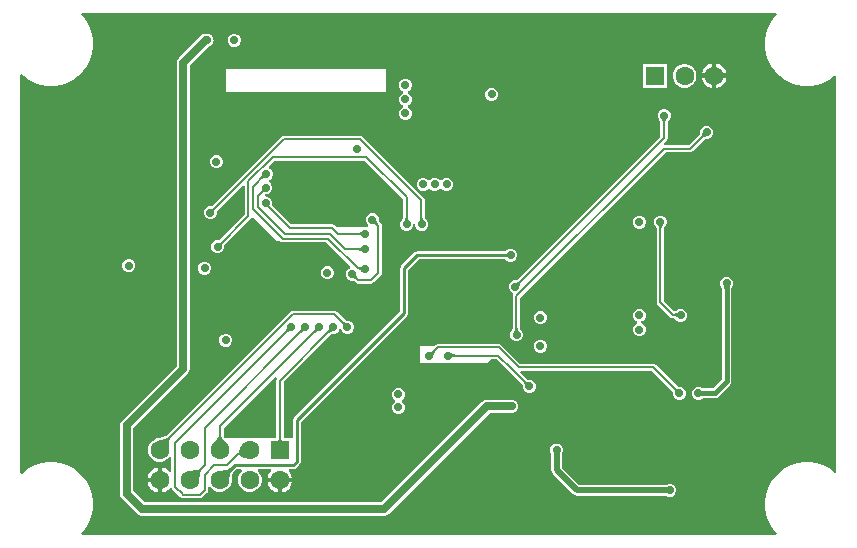
<source format=gbl>
G04*
G04 #@! TF.GenerationSoftware,Altium Limited,Altium Designer,25.4.2 (15)*
G04*
G04 Layer_Physical_Order=4*
G04 Layer_Color=16711680*
%FSLAX44Y44*%
%MOMM*%
G71*
G04*
G04 #@! TF.SameCoordinates,F3998410-8278-4BEB-A66F-791B6528EB16*
G04*
G04*
G04 #@! TF.FilePolarity,Positive*
G04*
G01*
G75*
%ADD11C,0.2000*%
%ADD12C,0.4000*%
%ADD13C,0.2500*%
%ADD15C,0.5000*%
%ADD76C,0.7000*%
%ADD86C,1.6000*%
%ADD87R,1.6000X1.6000*%
%ADD88C,0.7000*%
G36*
X644331Y444536D02*
X642922Y443127D01*
X639638Y438606D01*
X637101Y433627D01*
X635374Y428313D01*
X634500Y422794D01*
Y417206D01*
X635374Y411687D01*
X637101Y406373D01*
X639638Y401394D01*
X642922Y396873D01*
X646873Y392922D01*
X651394Y389638D01*
X656373Y387101D01*
X661687Y385374D01*
X667206Y384500D01*
X672794D01*
X678313Y385374D01*
X683627Y387101D01*
X688606Y389638D01*
X693127Y392922D01*
X693614Y393410D01*
X695000Y392836D01*
Y57164D01*
X693614Y56590D01*
X693127Y57078D01*
X688606Y60362D01*
X683627Y62899D01*
X678313Y64626D01*
X672794Y65500D01*
X667206D01*
X661687Y64626D01*
X656373Y62899D01*
X651394Y60362D01*
X646873Y57078D01*
X642922Y53127D01*
X639638Y48606D01*
X637101Y43627D01*
X635374Y38313D01*
X634500Y32794D01*
Y27206D01*
X635374Y21687D01*
X637101Y16373D01*
X639638Y11394D01*
X642922Y6873D01*
X644331Y5464D01*
X643757Y4078D01*
X56243Y4078D01*
X55669Y5464D01*
X57078Y6873D01*
X60362Y11394D01*
X62899Y16373D01*
X64626Y21687D01*
X65500Y27206D01*
Y32794D01*
X64626Y38313D01*
X62899Y43627D01*
X60362Y48606D01*
X57078Y53127D01*
X53127Y57078D01*
X48606Y60362D01*
X43627Y62899D01*
X38313Y64626D01*
X32794Y65500D01*
X27206D01*
X21687Y64626D01*
X16373Y62899D01*
X11394Y60362D01*
X6873Y57078D01*
X5464Y55669D01*
X4078Y56243D01*
X4078Y393758D01*
X5464Y394332D01*
X6873Y392922D01*
X11394Y389638D01*
X16373Y387101D01*
X21687Y385374D01*
X27206Y384500D01*
X32794D01*
X38313Y385374D01*
X43627Y387101D01*
X48606Y389638D01*
X53127Y392922D01*
X57078Y396873D01*
X60362Y401394D01*
X62899Y406373D01*
X64626Y411687D01*
X65500Y417206D01*
Y422794D01*
X64626Y428313D01*
X62899Y433627D01*
X60362Y438606D01*
X57078Y443127D01*
X55669Y444536D01*
X56243Y445922D01*
X643757D01*
X644331Y444536D01*
D02*
G37*
%LPC*%
G36*
X186094Y428500D02*
X183906D01*
X181884Y427663D01*
X180337Y426115D01*
X179500Y424094D01*
Y421906D01*
X180337Y419884D01*
X181884Y418337D01*
X183906Y417500D01*
X186094D01*
X188116Y418337D01*
X189663Y419884D01*
X190500Y421906D01*
Y424094D01*
X189663Y426115D01*
X188116Y427663D01*
X186094Y428500D01*
D02*
G37*
G36*
X593386Y403125D02*
Y394790D01*
X601720D01*
X601170Y396843D01*
X599788Y399237D01*
X597833Y401192D01*
X595439Y402575D01*
X593386Y403125D01*
D02*
G37*
G36*
X589386D02*
X587333Y402575D01*
X584939Y401192D01*
X582984Y399237D01*
X581601Y396843D01*
X581051Y394790D01*
X589386D01*
Y403125D01*
D02*
G37*
G36*
X567702Y402790D02*
X565069D01*
X562526Y402108D01*
X560246Y400792D01*
X558384Y398930D01*
X557067Y396650D01*
X556386Y394107D01*
Y391474D01*
X557067Y388930D01*
X558384Y386650D01*
X560246Y384788D01*
X562526Y383471D01*
X565069Y382790D01*
X567702D01*
X570246Y383471D01*
X572526Y384788D01*
X574388Y386650D01*
X575704Y388930D01*
X576386Y391474D01*
Y394107D01*
X575704Y396650D01*
X574388Y398930D01*
X572526Y400792D01*
X570246Y402108D01*
X567702Y402790D01*
D02*
G37*
G36*
X551386D02*
X531386D01*
Y382790D01*
X551386D01*
Y402790D01*
D02*
G37*
G36*
X601720Y390790D02*
X593386D01*
Y382456D01*
X595439Y383006D01*
X597833Y384388D01*
X599788Y386343D01*
X601170Y388737D01*
X601720Y390790D01*
D02*
G37*
G36*
X589386D02*
X581051D01*
X581601Y388737D01*
X582984Y386343D01*
X584939Y384388D01*
X587333Y383006D01*
X589386Y382456D01*
Y390790D01*
D02*
G37*
G36*
X313500Y398500D02*
X178500D01*
Y379000D01*
X313500D01*
Y398500D01*
D02*
G37*
G36*
X404094Y382500D02*
X401906D01*
X399884Y381663D01*
X398337Y380116D01*
X397500Y378094D01*
Y375906D01*
X398337Y373885D01*
X399884Y372337D01*
X401906Y371500D01*
X404094D01*
X406115Y372337D01*
X407663Y373885D01*
X408500Y375906D01*
Y378094D01*
X407663Y380116D01*
X406115Y381663D01*
X404094Y382500D01*
D02*
G37*
G36*
X331094Y390500D02*
X328906D01*
X326884Y389663D01*
X325337Y388116D01*
X324500Y386094D01*
Y383906D01*
X325337Y381884D01*
X326884Y380337D01*
X328153Y379812D01*
Y378188D01*
X326884Y377663D01*
X325337Y376115D01*
X324500Y374094D01*
Y371906D01*
X325337Y369884D01*
X326884Y368337D01*
X328153Y367812D01*
Y366188D01*
X326884Y365663D01*
X325337Y364115D01*
X324500Y362094D01*
Y359906D01*
X325337Y357884D01*
X326884Y356337D01*
X328906Y355500D01*
X331094D01*
X333116Y356337D01*
X334663Y357884D01*
X335500Y359906D01*
Y362094D01*
X334663Y364115D01*
X333116Y365663D01*
X331847Y366188D01*
Y367812D01*
X333116Y368337D01*
X334663Y369884D01*
X335500Y371906D01*
Y374094D01*
X334663Y376115D01*
X333116Y377663D01*
X331847Y378188D01*
Y379812D01*
X333116Y380337D01*
X334663Y381884D01*
X335500Y383906D01*
Y386094D01*
X334663Y388116D01*
X333116Y389663D01*
X331094Y390500D01*
D02*
G37*
G36*
X292000Y342059D02*
X292000Y342059D01*
X227000D01*
X227000Y342059D01*
X225830Y341826D01*
X224837Y341163D01*
X224837Y341163D01*
X166151Y282477D01*
X166094Y282500D01*
X163906D01*
X161884Y281663D01*
X160337Y280116D01*
X159500Y278094D01*
Y275906D01*
X160337Y273885D01*
X161884Y272337D01*
X163906Y271500D01*
X166094D01*
X168116Y272337D01*
X169663Y273885D01*
X170500Y275906D01*
Y278094D01*
X170476Y278151D01*
X192555Y300230D01*
X193941Y299656D01*
Y275267D01*
X172151Y253477D01*
X172094Y253500D01*
X169906D01*
X167885Y252663D01*
X166337Y251115D01*
X165500Y249094D01*
Y246906D01*
X166337Y244884D01*
X167885Y243337D01*
X169906Y242500D01*
X172094D01*
X174116Y243337D01*
X175663Y244884D01*
X176500Y246906D01*
Y249094D01*
X176476Y249151D01*
X199163Y271837D01*
X199163Y271837D01*
X199515Y272364D01*
X201228Y272772D01*
X213000Y261000D01*
X221000Y253000D01*
X223000D01*
X223000Y253000D01*
X224303Y252526D01*
X224830Y252174D01*
X226000Y251941D01*
X226000Y251941D01*
X262925D01*
X283084Y231783D01*
X282732Y230014D01*
X281884Y229663D01*
X280337Y228116D01*
X279500Y226094D01*
Y223906D01*
X280337Y221884D01*
X281884Y220337D01*
X283906Y219500D01*
X284821D01*
X284999Y219461D01*
X285336Y219455D01*
X285587Y219436D01*
X285809Y219404D01*
X286002Y219363D01*
X286168Y219313D01*
X286309Y219259D01*
X286429Y219199D01*
X286532Y219136D01*
X286556Y219119D01*
X287837Y217837D01*
X287837Y217837D01*
X288829Y217174D01*
X290000Y216941D01*
X300882D01*
X300882Y216941D01*
X302053Y217174D01*
X303045Y217837D01*
X309163Y223955D01*
X309163Y223955D01*
X309826Y224947D01*
X310059Y226117D01*
X310059Y226118D01*
Y266000D01*
X310059Y266000D01*
X309826Y267171D01*
X309163Y268163D01*
X307881Y269445D01*
X307864Y269468D01*
X307801Y269571D01*
X307741Y269691D01*
X307687Y269832D01*
X307637Y269998D01*
X307596Y270191D01*
X307564Y270413D01*
X307545Y270664D01*
X307539Y271001D01*
X307500Y271179D01*
Y272094D01*
X306663Y274116D01*
X305116Y275663D01*
X303094Y276500D01*
X300906D01*
X298885Y275663D01*
X297337Y274116D01*
X296500Y272094D01*
Y269906D01*
X297337Y267885D01*
X298722Y266500D01*
X298605Y265736D01*
X298262Y265000D01*
X271326D01*
X270163Y266163D01*
X269170Y266826D01*
X268000Y267059D01*
X268000Y267059D01*
X234117D01*
X233069Y267257D01*
X217184Y283142D01*
X217500Y283906D01*
Y286094D01*
X216663Y288116D01*
X215116Y289663D01*
X213094Y290500D01*
X211875D01*
X211101Y292000D01*
X211456Y292500D01*
X213094D01*
X215116Y293337D01*
X216663Y294884D01*
X217500Y296906D01*
Y299094D01*
X216663Y301115D01*
X215116Y302663D01*
X214572Y302888D01*
Y304512D01*
X215540Y304913D01*
X217087Y306460D01*
X217925Y308481D01*
Y310669D01*
X217087Y312691D01*
X215540Y314238D01*
X214693Y314589D01*
X214341Y316358D01*
X218924Y320941D01*
X295733D01*
X327941Y288733D01*
Y272258D01*
X327937Y272230D01*
X327909Y272112D01*
X327866Y271985D01*
X327805Y271847D01*
X327722Y271695D01*
X327615Y271529D01*
X327481Y271349D01*
X327317Y271158D01*
X327083Y270916D01*
X326984Y270762D01*
X326337Y270116D01*
X325500Y268094D01*
Y265906D01*
X326337Y263885D01*
X327884Y262337D01*
X329906Y261500D01*
X332094D01*
X334115Y262337D01*
X335663Y263885D01*
X336500Y265906D01*
Y267000D01*
X338500D01*
Y265906D01*
X339337Y263885D01*
X340885Y262337D01*
X342906Y261500D01*
X345094D01*
X347116Y262337D01*
X348663Y263885D01*
X349500Y265906D01*
Y268094D01*
X348663Y270116D01*
X347116Y271663D01*
X346971Y271723D01*
X346938Y271752D01*
X346820Y271879D01*
X346730Y271993D01*
X346665Y272096D01*
X346618Y272188D01*
X346585Y272275D01*
X346562Y272362D01*
X346559Y272381D01*
Y287500D01*
X346326Y288671D01*
X345663Y289663D01*
X345663Y289663D01*
X294163Y341163D01*
X293171Y341826D01*
X292000Y342059D01*
D02*
G37*
G36*
X550094Y364500D02*
X547906D01*
X545885Y363663D01*
X544337Y362116D01*
X543500Y360094D01*
Y357906D01*
X544337Y355885D01*
X544984Y355238D01*
X545083Y355084D01*
X545317Y354842D01*
X545480Y354651D01*
X545615Y354471D01*
X545722Y354305D01*
X545805Y354153D01*
X545866Y354015D01*
X545909Y353888D01*
X545937Y353770D01*
X545941Y353741D01*
Y341267D01*
X424677Y220002D01*
X424655Y219986D01*
X424559Y219928D01*
X424448Y219875D01*
X424317Y219827D01*
X424164Y219784D01*
X423983Y219750D01*
X423773Y219726D01*
X423534Y219716D01*
X423206Y219722D01*
X423012Y219688D01*
X421901D01*
X419880Y218850D01*
X418333Y217303D01*
X417495Y215282D01*
Y213094D01*
X418333Y211072D01*
X419880Y209525D01*
X420752Y209164D01*
X420816Y209104D01*
X421276Y207323D01*
X421174Y207171D01*
X420941Y206000D01*
X420941Y206000D01*
Y178692D01*
X420937Y178660D01*
X420907Y178532D01*
X420862Y178391D01*
X420798Y178236D01*
X420712Y178066D01*
X420601Y177881D01*
X420464Y177683D01*
X420298Y177471D01*
X420070Y177209D01*
X420010Y177104D01*
X419520Y176616D01*
X418683Y174594D01*
Y172406D01*
X419520Y170385D01*
X421068Y168837D01*
X423089Y168000D01*
X425277D01*
X427299Y168837D01*
X428846Y170385D01*
X429683Y172406D01*
Y174594D01*
X428846Y176616D01*
X428005Y177456D01*
X427893Y177612D01*
X427657Y177834D01*
X427496Y178006D01*
X427365Y178166D01*
X427263Y178313D01*
X427186Y178447D01*
X427129Y178569D01*
X427089Y178681D01*
X427063Y178788D01*
X427059Y178813D01*
Y204733D01*
X550267Y327941D01*
X571000D01*
X571000Y327941D01*
X572170Y328174D01*
X573163Y328837D01*
X583445Y339119D01*
X583468Y339136D01*
X583571Y339199D01*
X583691Y339259D01*
X583832Y339313D01*
X583998Y339363D01*
X584191Y339404D01*
X584413Y339436D01*
X584664Y339455D01*
X585001Y339461D01*
X585179Y339500D01*
X586094D01*
X588116Y340337D01*
X589663Y341884D01*
X590500Y343906D01*
Y346094D01*
X589663Y348116D01*
X588116Y349663D01*
X586094Y350500D01*
X583906D01*
X581884Y349663D01*
X580337Y348116D01*
X579500Y346094D01*
Y345179D01*
X579461Y345001D01*
X579455Y344664D01*
X579436Y344413D01*
X579404Y344191D01*
X579363Y343998D01*
X579313Y343832D01*
X579259Y343691D01*
X579199Y343571D01*
X579136Y343468D01*
X579119Y343444D01*
X569733Y334059D01*
X549506D01*
X548844Y335394D01*
X548831Y335505D01*
X551163Y337837D01*
X551163Y337837D01*
X551826Y338829D01*
X552059Y340000D01*
X552059Y340000D01*
Y353741D01*
X552063Y353770D01*
X552091Y353888D01*
X552134Y354015D01*
X552195Y354153D01*
X552278Y354305D01*
X552385Y354471D01*
X552519Y354651D01*
X552683Y354842D01*
X552917Y355084D01*
X553016Y355238D01*
X553663Y355885D01*
X554500Y357906D01*
Y360094D01*
X553663Y362116D01*
X552116Y363663D01*
X550094Y364500D01*
D02*
G37*
G36*
X171094Y325500D02*
X168906D01*
X166884Y324663D01*
X165337Y323116D01*
X164500Y321094D01*
Y318906D01*
X165337Y316884D01*
X166884Y315337D01*
X168906Y314500D01*
X171094D01*
X173116Y315337D01*
X174663Y316884D01*
X175500Y318906D01*
Y321094D01*
X174663Y323116D01*
X173116Y324663D01*
X171094Y325500D01*
D02*
G37*
G36*
X366094Y306500D02*
X363906D01*
X361884Y305663D01*
X360832Y304610D01*
X359875Y304277D01*
X358918Y304610D01*
X357866Y305663D01*
X355844Y306500D01*
X353656D01*
X351635Y305663D01*
X350855Y304883D01*
X349875Y304252D01*
X348895Y304883D01*
X348116Y305663D01*
X346094Y306500D01*
X343906D01*
X341884Y305663D01*
X340337Y304116D01*
X339500Y302094D01*
Y299906D01*
X340337Y297885D01*
X341884Y296337D01*
X343906Y295500D01*
X346094D01*
X348116Y296337D01*
X348895Y297117D01*
X349875Y297748D01*
X350855Y297117D01*
X351635Y296337D01*
X353656Y295500D01*
X355844D01*
X357866Y296337D01*
X358918Y297390D01*
X359875Y297724D01*
X360832Y297390D01*
X361884Y296337D01*
X363906Y295500D01*
X366094D01*
X368116Y296337D01*
X369663Y297885D01*
X370500Y299906D01*
Y302094D01*
X369663Y304116D01*
X368116Y305663D01*
X366094Y306500D01*
D02*
G37*
G36*
X529094Y274500D02*
X526906D01*
X524884Y273663D01*
X523337Y272115D01*
X522500Y270094D01*
Y267906D01*
X523337Y265884D01*
X524884Y264337D01*
X526906Y263500D01*
X529094D01*
X531115Y264337D01*
X532663Y265884D01*
X533500Y267906D01*
Y270094D01*
X532663Y272115D01*
X531115Y273663D01*
X529094Y274500D01*
D02*
G37*
G36*
X420277Y246500D02*
X418089D01*
X416068Y245663D01*
X414719Y244314D01*
X340000D01*
X338732Y244061D01*
X337657Y243343D01*
X326657Y232343D01*
X325939Y231268D01*
X325686Y230000D01*
Y193373D01*
X235657Y103343D01*
X234939Y102268D01*
X234686Y101000D01*
Y87161D01*
X233803Y86027D01*
X226861D01*
Y133535D01*
X267444Y174119D01*
X267468Y174136D01*
X267571Y174199D01*
X267691Y174259D01*
X267832Y174313D01*
X267998Y174363D01*
X268191Y174404D01*
X268413Y174436D01*
X268664Y174455D01*
X269001Y174461D01*
X269179Y174500D01*
X270094D01*
X272115Y175337D01*
X273663Y176884D01*
X274188Y178153D01*
X275812D01*
X276337Y176884D01*
X277885Y175337D01*
X279906Y174500D01*
X282094D01*
X284116Y175337D01*
X285663Y176884D01*
X286500Y178906D01*
Y181094D01*
X285663Y183116D01*
X284116Y184663D01*
X282094Y185500D01*
X281179D01*
X281001Y185539D01*
X280664Y185545D01*
X280413Y185564D01*
X280191Y185596D01*
X279998Y185637D01*
X279832Y185687D01*
X279691Y185741D01*
X279571Y185801D01*
X279468Y185864D01*
X279445Y185881D01*
X272163Y193163D01*
X271171Y193826D01*
X270000Y194059D01*
X270000Y194059D01*
X234808D01*
X234808Y194059D01*
X233637Y193826D01*
X232645Y193163D01*
X232645Y193163D01*
X127515Y88034D01*
X127289Y87894D01*
X126882Y87695D01*
X126388Y87493D01*
X121485Y86136D01*
X120969Y86027D01*
X120886D01*
X120577Y85944D01*
X120184Y85861D01*
X120182Y85860D01*
X120180Y85860D01*
X120042Y85801D01*
X118343Y85345D01*
X116062Y84029D01*
X114201Y82167D01*
X112884Y79887D01*
X112203Y77343D01*
Y74710D01*
X112884Y72167D01*
X114201Y69887D01*
X116062Y68025D01*
X118343Y66708D01*
X120886Y66027D01*
X123519D01*
X126062Y66708D01*
X128343Y68025D01*
X130204Y69887D01*
X130441Y70297D01*
X131941Y69895D01*
Y57468D01*
X130441Y57237D01*
X128650Y59029D01*
X126255Y60411D01*
X124202Y60961D01*
Y50627D01*
Y40292D01*
X126255Y40842D01*
X128650Y42225D01*
X130580Y44155D01*
X130722Y44157D01*
X132164Y43881D01*
X132174Y43829D01*
X132837Y42837D01*
X132837Y42837D01*
X139186Y36488D01*
X139772Y35902D01*
X139772Y35902D01*
X140765Y35239D01*
X141935Y35006D01*
X156065D01*
X156065Y35006D01*
X157235Y35239D01*
X158228Y35902D01*
X162163Y39837D01*
X162163Y39837D01*
X162826Y40830D01*
X163059Y42000D01*
X163059Y42000D01*
Y44850D01*
X164559Y45252D01*
X165001Y44487D01*
X166862Y42625D01*
X169143Y41308D01*
X171686Y40627D01*
X174319D01*
X176862Y41308D01*
X179143Y42625D01*
X181005Y44487D01*
X182321Y46767D01*
X183002Y49310D01*
Y50505D01*
X183041Y50693D01*
X183049Y51811D01*
X183175Y53783D01*
X183284Y54577D01*
X183425Y55291D01*
X183590Y55900D01*
X183772Y56401D01*
X183961Y56792D01*
X184144Y57080D01*
X184160Y57098D01*
X186748Y59686D01*
X191199D01*
X191820Y58186D01*
X190401Y56767D01*
X189084Y54487D01*
X188403Y51943D01*
Y49310D01*
X189084Y46767D01*
X190401Y44487D01*
X192262Y42625D01*
X194543Y41308D01*
X197086Y40627D01*
X199719D01*
X202262Y41308D01*
X204543Y42625D01*
X206404Y44487D01*
X207721Y46767D01*
X208403Y49310D01*
Y51943D01*
X207721Y54487D01*
X206404Y56767D01*
X204985Y58186D01*
X205606Y59686D01*
X215892D01*
X216513Y58186D01*
X215401Y57074D01*
X214018Y54680D01*
X213468Y52627D01*
X234137D01*
X233587Y54680D01*
X232205Y57074D01*
X231092Y58186D01*
X231714Y59686D01*
X235000D01*
X236268Y59939D01*
X237343Y60657D01*
X240343Y63657D01*
X241061Y64732D01*
X241314Y66000D01*
Y99628D01*
X331343Y189657D01*
X332061Y190732D01*
X332314Y192000D01*
Y228627D01*
X341373Y237686D01*
X414719D01*
X416068Y236337D01*
X418089Y235500D01*
X420277D01*
X422299Y236337D01*
X423846Y237885D01*
X424683Y239906D01*
Y242094D01*
X423846Y244116D01*
X422299Y245663D01*
X420277Y246500D01*
D02*
G37*
G36*
X97094Y237500D02*
X94906D01*
X92885Y236663D01*
X91337Y235116D01*
X90500Y233094D01*
Y230906D01*
X91337Y228885D01*
X92885Y227337D01*
X94906Y226500D01*
X97094D01*
X99115Y227337D01*
X100663Y228885D01*
X101500Y230906D01*
Y233094D01*
X100663Y235116D01*
X99115Y236663D01*
X97094Y237500D01*
D02*
G37*
G36*
X161094Y235500D02*
X158906D01*
X156884Y234663D01*
X155337Y233116D01*
X154500Y231094D01*
Y228906D01*
X155337Y226884D01*
X156884Y225337D01*
X158906Y224500D01*
X161094D01*
X163116Y225337D01*
X164663Y226884D01*
X165500Y228906D01*
Y231094D01*
X164663Y233116D01*
X163116Y234663D01*
X161094Y235500D01*
D02*
G37*
G36*
X265094Y231500D02*
X262906D01*
X260884Y230663D01*
X259337Y229116D01*
X258500Y227094D01*
Y224906D01*
X259337Y222885D01*
X260884Y221337D01*
X262906Y220500D01*
X265094D01*
X267115Y221337D01*
X268663Y222885D01*
X269500Y224906D01*
Y227094D01*
X268663Y229116D01*
X267115Y230663D01*
X265094Y231500D01*
D02*
G37*
G36*
X547094Y274500D02*
X544906D01*
X542884Y273663D01*
X541337Y272115D01*
X540500Y270094D01*
Y267906D01*
X541337Y265884D01*
X541984Y265238D01*
X542083Y265084D01*
X542317Y264842D01*
X542480Y264651D01*
X542615Y264471D01*
X542722Y264305D01*
X542805Y264153D01*
X542866Y264015D01*
X542909Y263888D01*
X542937Y263770D01*
X542941Y263741D01*
Y201000D01*
X542941Y201000D01*
X543174Y199829D01*
X543837Y198837D01*
X554337Y188337D01*
X554337Y188337D01*
X555329Y187674D01*
X556500Y187441D01*
X557619D01*
X557637Y187438D01*
X557725Y187415D01*
X557812Y187382D01*
X557904Y187335D01*
X558007Y187270D01*
X558121Y187180D01*
X558247Y187062D01*
X558277Y187029D01*
X558337Y186884D01*
X559884Y185337D01*
X561906Y184500D01*
X564094D01*
X566115Y185337D01*
X567663Y186884D01*
X568500Y188906D01*
Y191094D01*
X567663Y193116D01*
X566115Y194663D01*
X564094Y195500D01*
X561906D01*
X559884Y194663D01*
X559600Y194378D01*
X559110Y194037D01*
X558898Y193911D01*
X558681Y193799D01*
X558482Y193710D01*
X558300Y193642D01*
X558135Y193594D01*
X557988Y193563D01*
X557953Y193559D01*
X557767D01*
X549059Y202267D01*
Y263741D01*
X549063Y263770D01*
X549091Y263888D01*
X549134Y264015D01*
X549195Y264153D01*
X549278Y264305D01*
X549385Y264471D01*
X549520Y264651D01*
X549683Y264842D01*
X549917Y265084D01*
X550016Y265238D01*
X550663Y265884D01*
X551500Y267906D01*
Y270094D01*
X550663Y272115D01*
X549115Y273663D01*
X547094Y274500D01*
D02*
G37*
G36*
X445277Y193500D02*
X443089D01*
X441068Y192663D01*
X439521Y191115D01*
X438683Y189094D01*
Y186906D01*
X439521Y184884D01*
X441068Y183337D01*
X443089Y182500D01*
X445277D01*
X447299Y183337D01*
X448846Y184884D01*
X449683Y186906D01*
Y189094D01*
X448846Y191115D01*
X447299Y192663D01*
X445277Y193500D01*
D02*
G37*
G36*
X529094Y195500D02*
X526906D01*
X524884Y194663D01*
X523337Y193116D01*
X522500Y191094D01*
Y188906D01*
X523337Y186884D01*
X524884Y185337D01*
X526153Y184812D01*
Y183188D01*
X524884Y182663D01*
X523337Y181115D01*
X522500Y179094D01*
Y176906D01*
X523337Y174884D01*
X524884Y173337D01*
X526906Y172500D01*
X529094D01*
X531115Y173337D01*
X532663Y174884D01*
X533500Y176906D01*
Y179094D01*
X532663Y181115D01*
X531115Y182663D01*
X529847Y183188D01*
Y184812D01*
X531115Y185337D01*
X532663Y186884D01*
X533500Y188906D01*
Y191094D01*
X532663Y193116D01*
X531115Y194663D01*
X529094Y195500D01*
D02*
G37*
G36*
X179094Y174500D02*
X176906D01*
X174884Y173663D01*
X173337Y172115D01*
X172500Y170094D01*
Y167906D01*
X173337Y165884D01*
X174884Y164337D01*
X176906Y163500D01*
X179094D01*
X181115Y164337D01*
X182663Y165884D01*
X183500Y167906D01*
Y170094D01*
X182663Y172115D01*
X181115Y173663D01*
X179094Y174500D01*
D02*
G37*
G36*
X445277Y169500D02*
X443089D01*
X441068Y168663D01*
X439521Y167115D01*
X438683Y165094D01*
Y162906D01*
X439521Y160884D01*
X441068Y159337D01*
X443089Y158500D01*
X445277D01*
X447299Y159337D01*
X448846Y160884D01*
X449683Y162906D01*
Y165094D01*
X448846Y167115D01*
X447299Y168663D01*
X445277Y169500D01*
D02*
G37*
G36*
X603094Y222500D02*
X600906D01*
X598885Y221663D01*
X597337Y220116D01*
X596500Y218094D01*
Y215906D01*
X597337Y213885D01*
X597868Y213354D01*
X597881Y213293D01*
X597900Y213173D01*
X597922Y212852D01*
Y135689D01*
X590311Y128078D01*
X582068D01*
X581845Y128098D01*
X581707Y128119D01*
X581646Y128132D01*
X581115Y128663D01*
X579094Y129500D01*
X576906D01*
X574884Y128663D01*
X573337Y127115D01*
X572500Y125094D01*
Y122906D01*
X573337Y120885D01*
X574884Y119337D01*
X576906Y118500D01*
X579094D01*
X581115Y119337D01*
X581646Y119868D01*
X581707Y119881D01*
X581827Y119900D01*
X582148Y119922D01*
X592000D01*
X592000Y119922D01*
X593561Y120232D01*
X594884Y121116D01*
X604884Y131116D01*
X605768Y132439D01*
X606078Y134000D01*
X606078Y134000D01*
Y212932D01*
X606098Y213155D01*
X606119Y213293D01*
X606132Y213354D01*
X606663Y213885D01*
X607500Y215906D01*
Y218094D01*
X606663Y220116D01*
X605116Y221663D01*
X603094Y222500D01*
D02*
G37*
G36*
X409000Y166059D02*
X409000Y166059D01*
X358000D01*
X356829Y165826D01*
X355837Y165163D01*
X355837Y165163D01*
X354674Y164000D01*
X342000D01*
Y156000D01*
Y150000D01*
X399175D01*
X403011Y152941D01*
X407566D01*
X417901Y142606D01*
X418275Y142046D01*
X429008Y131313D01*
X429029Y131286D01*
X429101Y131171D01*
X429171Y131036D01*
X429239Y130876D01*
X429302Y130690D01*
X429359Y130476D01*
X429407Y130233D01*
X429445Y129961D01*
X429475Y129610D01*
X429500Y129524D01*
Y128906D01*
X430337Y126884D01*
X431884Y125337D01*
X433906Y124500D01*
X436094D01*
X438116Y125337D01*
X439663Y126884D01*
X440500Y128906D01*
Y131094D01*
X439663Y133116D01*
X438116Y134663D01*
X436094Y135500D01*
X434783D01*
X434612Y135525D01*
X434292Y135509D01*
X434064Y135512D01*
X433865Y135530D01*
X433695Y135558D01*
X433551Y135595D01*
X433431Y135639D01*
X433328Y135687D01*
X433237Y135741D01*
X433217Y135755D01*
X427417Y141555D01*
X427991Y142941D01*
X538733D01*
X556119Y125556D01*
X556136Y125532D01*
X556199Y125429D01*
X556259Y125309D01*
X556313Y125168D01*
X556363Y125002D01*
X556404Y124809D01*
X556436Y124587D01*
X556455Y124336D01*
X556461Y123999D01*
X556500Y123821D01*
Y122906D01*
X557337Y120885D01*
X558885Y119337D01*
X560906Y118500D01*
X563094D01*
X565116Y119337D01*
X566663Y120885D01*
X567500Y122906D01*
Y125094D01*
X566663Y127115D01*
X565116Y128663D01*
X563094Y129500D01*
X562179D01*
X562001Y129539D01*
X561664Y129545D01*
X561413Y129564D01*
X561191Y129596D01*
X560998Y129637D01*
X560832Y129687D01*
X560691Y129741D01*
X560571Y129801D01*
X560468Y129864D01*
X560444Y129881D01*
X542163Y148163D01*
X541171Y148826D01*
X540000Y149059D01*
X540000Y149059D01*
X427267D01*
X411163Y165163D01*
X410171Y165826D01*
X409000Y166059D01*
D02*
G37*
G36*
X325094Y128500D02*
X322906D01*
X320885Y127663D01*
X319337Y126116D01*
X318500Y124094D01*
Y121906D01*
X319337Y119885D01*
X320885Y118337D01*
X320946Y118312D01*
Y116688D01*
X320885Y116663D01*
X319337Y115115D01*
X318500Y113094D01*
Y110906D01*
X319337Y108884D01*
X320885Y107337D01*
X322906Y106500D01*
X325094D01*
X327116Y107337D01*
X328663Y108884D01*
X329500Y110906D01*
Y113094D01*
X328663Y115115D01*
X327116Y116663D01*
X327054Y116688D01*
Y118312D01*
X327116Y118337D01*
X328663Y119885D01*
X329500Y121906D01*
Y124094D01*
X328663Y126116D01*
X327116Y127663D01*
X325094Y128500D01*
D02*
G37*
G36*
X120203Y60961D02*
X118150Y60411D01*
X115755Y59029D01*
X113800Y57074D01*
X112418Y54680D01*
X111868Y52627D01*
X120203D01*
Y60961D01*
D02*
G37*
G36*
X234137Y48627D02*
X225802D01*
Y40292D01*
X227855Y40842D01*
X230250Y42225D01*
X232205Y44180D01*
X233587Y46574D01*
X234137Y48627D01*
D02*
G37*
G36*
X221803D02*
X213468D01*
X214018Y46574D01*
X215401Y44180D01*
X217355Y42225D01*
X219750Y40842D01*
X221803Y40292D01*
Y48627D01*
D02*
G37*
G36*
X120203D02*
X111868D01*
X112418Y46574D01*
X113800Y44180D01*
X115755Y42225D01*
X118150Y40842D01*
X120203Y40292D01*
Y48627D01*
D02*
G37*
G36*
X459094Y81500D02*
X456906D01*
X454884Y80663D01*
X453337Y79116D01*
X452500Y77094D01*
Y74906D01*
X453337Y72884D01*
X453412Y72810D01*
Y59000D01*
X453761Y57244D01*
X454756Y55756D01*
X471756Y38756D01*
X473244Y37761D01*
X475000Y37412D01*
X550810D01*
X550885Y37337D01*
X552906Y36500D01*
X555094D01*
X557116Y37337D01*
X558663Y38884D01*
X559500Y40906D01*
Y43094D01*
X558663Y45115D01*
X557116Y46663D01*
X555094Y47500D01*
X552906D01*
X550885Y46663D01*
X550810Y46588D01*
X476900D01*
X462588Y60901D01*
Y72810D01*
X462663Y72884D01*
X463500Y74906D01*
Y77094D01*
X462663Y79116D01*
X461115Y80663D01*
X459094Y81500D01*
D02*
G37*
G36*
X162000Y428608D02*
X161000D01*
X158854Y428181D01*
X157035Y426965D01*
X138035Y407965D01*
X136819Y406146D01*
X136392Y404000D01*
Y147323D01*
X90035Y100965D01*
X88819Y99146D01*
X88392Y97000D01*
Y39000D01*
X88819Y36854D01*
X90035Y35035D01*
X103035Y22035D01*
X104854Y20819D01*
X107000Y20392D01*
X312000D01*
X314146Y20819D01*
X315965Y22035D01*
X401323Y107392D01*
X420000D01*
X420542Y107500D01*
X421094D01*
X421604Y107711D01*
X422146Y107819D01*
X422605Y108126D01*
X423116Y108337D01*
X423506Y108728D01*
X423965Y109035D01*
X424272Y109494D01*
X424663Y109885D01*
X424874Y110395D01*
X425181Y110854D01*
X425289Y111396D01*
X425500Y111906D01*
Y112458D01*
X425608Y113000D01*
X425500Y113542D01*
Y114094D01*
X425289Y114604D01*
X425181Y115146D01*
X424874Y115605D01*
X424663Y116116D01*
X424272Y116506D01*
X423965Y116965D01*
X423506Y117272D01*
X423116Y117663D01*
X422605Y117874D01*
X422146Y118181D01*
X421604Y118289D01*
X421094Y118500D01*
X420542D01*
X420000Y118608D01*
X399000D01*
X396854Y118181D01*
X395035Y116965D01*
X309677Y31608D01*
X109323D01*
X99608Y41323D01*
Y94677D01*
X145965Y141035D01*
X147181Y142854D01*
X147608Y145000D01*
Y401677D01*
X163651Y417721D01*
X164146Y417819D01*
X164605Y418126D01*
X165116Y418337D01*
X165506Y418728D01*
X165965Y419035D01*
X166272Y419494D01*
X166663Y419884D01*
X166874Y420395D01*
X167181Y420854D01*
X167289Y421396D01*
X167500Y421906D01*
Y422458D01*
X167608Y423000D01*
X167500Y423542D01*
Y424094D01*
X167289Y424604D01*
X167181Y425146D01*
X166874Y425605D01*
X166663Y426115D01*
X166272Y426506D01*
X165965Y426965D01*
X165506Y427272D01*
X165116Y427663D01*
X164605Y427874D01*
X164146Y428181D01*
X163604Y428289D01*
X163094Y428500D01*
X162542D01*
X162000Y428608D01*
D02*
G37*
%LPD*%
G36*
X211790Y306133D02*
X211419Y306188D01*
X211063Y306214D01*
X210722Y306210D01*
X210397Y306176D01*
X210087Y306112D01*
X209792Y306019D01*
X209512Y305896D01*
X209247Y305743D01*
X208998Y305561D01*
X208764Y305349D01*
X207607Y307021D01*
X207804Y307236D01*
X207988Y307472D01*
X208158Y307730D01*
X208314Y308010D01*
X208458Y308311D01*
X208587Y308634D01*
X208703Y308978D01*
X208895Y309732D01*
X208971Y310141D01*
X211790Y306133D01*
D02*
G37*
G36*
X332015Y272149D02*
X332058Y271845D01*
X332131Y271544D01*
X332232Y271245D01*
X332363Y270949D01*
X332522Y270654D01*
X332710Y270362D01*
X332928Y270072D01*
X333175Y269785D01*
X333450Y269499D01*
X328550D01*
X328825Y269785D01*
X329072Y270072D01*
X329290Y270362D01*
X329478Y270654D01*
X329637Y270949D01*
X329768Y271245D01*
X329869Y271544D01*
X329942Y271845D01*
X329986Y272149D01*
X330000Y272454D01*
X332000D01*
X332015Y272149D01*
D02*
G37*
G36*
X344516Y272250D02*
X344563Y271945D01*
X344641Y271649D01*
X344751Y271361D01*
X344892Y271083D01*
X345064Y270813D01*
X345268Y270553D01*
X345503Y270301D01*
X345770Y270058D01*
X346068Y269824D01*
X341218Y269124D01*
X341462Y269457D01*
X341872Y270112D01*
X342038Y270432D01*
X342179Y270748D01*
X342295Y271060D01*
X342385Y271367D01*
X342449Y271670D01*
X342487Y271968D01*
X342500Y272262D01*
X344500Y272564D01*
X344516Y272250D01*
D02*
G37*
G36*
X305507Y270568D02*
X305536Y270191D01*
X305587Y269832D01*
X305660Y269492D01*
X305756Y269171D01*
X305873Y268869D01*
X306013Y268586D01*
X306174Y268322D01*
X306358Y268077D01*
X306564Y267850D01*
X305149Y266436D01*
X304923Y266642D01*
X304678Y266826D01*
X304414Y266987D01*
X304131Y267127D01*
X303829Y267244D01*
X303508Y267340D01*
X303168Y267413D01*
X302809Y267464D01*
X302432Y267493D01*
X302035Y267500D01*
X305500Y270965D01*
X305507Y270568D01*
D02*
G37*
G36*
X293500Y256550D02*
X293215Y256826D01*
X292927Y257072D01*
X292638Y257290D01*
X292346Y257478D01*
X292051Y257638D01*
X291755Y257768D01*
X291456Y257869D01*
X291155Y257942D01*
X290851Y257985D01*
X290546Y258000D01*
Y260000D01*
X290851Y260014D01*
X291155Y260058D01*
X291456Y260131D01*
X291755Y260232D01*
X292051Y260362D01*
X292346Y260522D01*
X292638Y260711D01*
X292927Y260928D01*
X293215Y261175D01*
X293500Y261450D01*
Y256550D01*
D02*
G37*
G36*
Y243550D02*
X293215Y243825D01*
X292927Y244072D01*
X292638Y244289D01*
X292346Y244478D01*
X292051Y244638D01*
X291755Y244768D01*
X291456Y244869D01*
X291155Y244942D01*
X290851Y244986D01*
X290546Y245000D01*
Y247000D01*
X290851Y247015D01*
X291155Y247058D01*
X291456Y247131D01*
X291755Y247232D01*
X292051Y247362D01*
X292346Y247522D01*
X292638Y247710D01*
X292927Y247928D01*
X293215Y248174D01*
X293500Y248450D01*
Y243550D01*
D02*
G37*
G36*
X293065Y227093D02*
X292852Y227397D01*
X292626Y227669D01*
X292390Y227909D01*
X292142Y228117D01*
X291883Y228293D01*
X291612Y228437D01*
X291329Y228548D01*
X291035Y228628D01*
X290730Y228676D01*
X290413Y228692D01*
X290836Y230692D01*
X291125Y230704D01*
X291420Y230741D01*
X291723Y230801D01*
X292032Y230885D01*
X292348Y230993D01*
X292672Y231126D01*
X293002Y231282D01*
X293683Y231667D01*
X294035Y231896D01*
X293065Y227093D01*
D02*
G37*
G36*
X288507Y224568D02*
X288536Y224191D01*
X288587Y223832D01*
X288660Y223492D01*
X288756Y223171D01*
X288873Y222869D01*
X289013Y222586D01*
X289174Y222322D01*
X289358Y222077D01*
X289564Y221850D01*
X288150Y220436D01*
X287923Y220642D01*
X287678Y220826D01*
X287414Y220987D01*
X287131Y221127D01*
X286829Y221244D01*
X286508Y221340D01*
X286168Y221413D01*
X285809Y221464D01*
X285432Y221493D01*
X285035Y221500D01*
X288500Y224965D01*
X288507Y224568D01*
D02*
G37*
G36*
X551175Y356215D02*
X550928Y355928D01*
X550710Y355638D01*
X550522Y355345D01*
X550363Y355051D01*
X550232Y354755D01*
X550131Y354456D01*
X550058Y354155D01*
X550014Y353851D01*
X550000Y353546D01*
X548000D01*
X547985Y353851D01*
X547942Y354155D01*
X547869Y354456D01*
X547768Y354755D01*
X547637Y355051D01*
X547478Y355345D01*
X547290Y355638D01*
X547072Y355928D01*
X546825Y356215D01*
X546550Y356501D01*
X551450D01*
X551175Y356215D01*
D02*
G37*
G36*
X584965Y341500D02*
X584568Y341493D01*
X584191Y341464D01*
X583832Y341413D01*
X583492Y341340D01*
X583171Y341244D01*
X582869Y341127D01*
X582586Y340987D01*
X582322Y340826D01*
X582077Y340642D01*
X581851Y340436D01*
X580436Y341851D01*
X580642Y342077D01*
X580826Y342322D01*
X580987Y342586D01*
X581127Y342869D01*
X581244Y343171D01*
X581340Y343492D01*
X581413Y343832D01*
X581464Y344191D01*
X581493Y344568D01*
X581500Y344965D01*
X584965Y341500D01*
D02*
G37*
G36*
X427625Y217210D02*
X427420Y216986D01*
X427237Y216742D01*
X427073Y216479D01*
X426929Y216196D01*
X426806Y215894D01*
X426703Y215572D01*
X426621Y215230D01*
X426558Y214868D01*
X426516Y214487D01*
X426494Y214087D01*
X423166Y217684D01*
X423558Y217676D01*
X423932Y217692D01*
X424288Y217732D01*
X424625Y217796D01*
X424944Y217884D01*
X425245Y217996D01*
X425528Y218132D01*
X425793Y218291D01*
X426039Y218475D01*
X426268Y218682D01*
X427625Y217210D01*
D02*
G37*
G36*
X425015Y178694D02*
X425060Y178390D01*
X425135Y178091D01*
X425240Y177796D01*
X425375Y177505D01*
X425540Y177220D01*
X425734Y176939D01*
X425959Y176663D01*
X426214Y176391D01*
X426499Y176124D01*
X421606Y175868D01*
X421871Y176171D01*
X422108Y176474D01*
X422317Y176778D01*
X422498Y177080D01*
X422651Y177383D01*
X422777Y177686D01*
X422874Y177988D01*
X422944Y178290D01*
X422986Y178592D01*
X423000Y178894D01*
X425000Y179003D01*
X425015Y178694D01*
D02*
G37*
G36*
X278077Y184358D02*
X278322Y184174D01*
X278586Y184013D01*
X278869Y183873D01*
X279171Y183756D01*
X279492Y183660D01*
X279832Y183587D01*
X280191Y183536D01*
X280568Y183507D01*
X280965Y183500D01*
X277500Y180035D01*
X277493Y180432D01*
X277464Y180809D01*
X277413Y181168D01*
X277340Y181508D01*
X277244Y181829D01*
X277127Y182131D01*
X276987Y182414D01*
X276826Y182678D01*
X276642Y182923D01*
X276436Y183150D01*
X277850Y184564D01*
X278077Y184358D01*
D02*
G37*
G36*
X268965Y176500D02*
X268568Y176493D01*
X268191Y176464D01*
X267832Y176413D01*
X267492Y176340D01*
X267171Y176244D01*
X266869Y176127D01*
X266586Y175987D01*
X266322Y175826D01*
X266077Y175642D01*
X265851Y175436D01*
X264436Y176850D01*
X264642Y177077D01*
X264826Y177322D01*
X264987Y177586D01*
X265127Y177869D01*
X265244Y178171D01*
X265340Y178492D01*
X265413Y178832D01*
X265464Y179191D01*
X265493Y179568D01*
X265500Y179965D01*
X268965Y176500D01*
D02*
G37*
G36*
X256965D02*
X256568Y176493D01*
X256191Y176464D01*
X255832Y176413D01*
X255492Y176340D01*
X255171Y176244D01*
X254869Y176127D01*
X254586Y175987D01*
X254322Y175826D01*
X254077Y175642D01*
X253850Y175436D01*
X252436Y176850D01*
X252642Y177077D01*
X252826Y177322D01*
X252987Y177586D01*
X253127Y177869D01*
X253244Y178171D01*
X253340Y178492D01*
X253413Y178832D01*
X253464Y179191D01*
X253493Y179568D01*
X253500Y179965D01*
X256965Y176500D01*
D02*
G37*
G36*
X244965D02*
X244568Y176493D01*
X244191Y176464D01*
X243832Y176413D01*
X243492Y176340D01*
X243171Y176244D01*
X242869Y176127D01*
X242586Y175987D01*
X242322Y175826D01*
X242077Y175642D01*
X241850Y175436D01*
X240436Y176850D01*
X240642Y177077D01*
X240826Y177322D01*
X240987Y177586D01*
X241127Y177869D01*
X241244Y178171D01*
X241340Y178492D01*
X241413Y178832D01*
X241464Y179191D01*
X241493Y179568D01*
X241500Y179965D01*
X244965Y176500D01*
D02*
G37*
G36*
X232965D02*
X232568Y176493D01*
X232191Y176464D01*
X231832Y176413D01*
X231492Y176340D01*
X231171Y176244D01*
X230869Y176127D01*
X230586Y175987D01*
X230322Y175826D01*
X230077Y175642D01*
X229851Y175436D01*
X228436Y176850D01*
X228642Y177077D01*
X228826Y177322D01*
X228987Y177586D01*
X229127Y177869D01*
X229244Y178171D01*
X229340Y178492D01*
X229413Y178832D01*
X229464Y179191D01*
X229493Y179568D01*
X229500Y179965D01*
X232965Y176500D01*
D02*
G37*
G36*
X220760Y137842D02*
X221329Y136500D01*
X220977Y135973D01*
X220744Y134803D01*
X220744Y134802D01*
Y86027D01*
X211000D01*
X177297Y86243D01*
X176861Y86866D01*
X176525Y87420D01*
X176285Y87898D01*
X176137Y88287D01*
X176066Y88575D01*
X176061Y88631D01*
Y94735D01*
X219308Y137982D01*
X220760Y137842D01*
D02*
G37*
G36*
X224813Y85616D02*
X224843Y85275D01*
X224893Y84974D01*
X224963Y84711D01*
X225053Y84489D01*
X225163Y84305D01*
X225292Y84161D01*
X225443Y84057D01*
X225613Y83992D01*
X225802Y83966D01*
X221803D01*
X221992Y83992D01*
X222162Y84057D01*
X222313Y84161D01*
X222443Y84305D01*
X222553Y84489D01*
X222643Y84711D01*
X222713Y84974D01*
X222763Y85275D01*
X222792Y85616D01*
X222803Y85996D01*
X224802D01*
X224813Y85616D01*
D02*
G37*
G36*
X174049Y88241D02*
X174186Y87678D01*
X174417Y87076D01*
X174739Y86433D01*
X175153Y85750D01*
X175659Y85028D01*
X176257Y84266D01*
X177729Y82622D01*
X178603Y81740D01*
X167403D01*
X168277Y82622D01*
X170347Y85028D01*
X170853Y85750D01*
X171267Y86433D01*
X171589Y87076D01*
X171819Y87678D01*
X171957Y88241D01*
X172003Y88764D01*
X174002D01*
X174049Y88241D01*
D02*
G37*
G36*
X130756Y85535D02*
X130383Y85091D01*
X130076Y84574D01*
X129835Y83983D01*
X129661Y83318D01*
X129553Y82579D01*
X129511Y81767D01*
X129536Y80881D01*
X129627Y79921D01*
X129784Y78887D01*
X130008Y77779D01*
X120606Y83866D01*
X121968Y84154D01*
X127049Y85560D01*
X127719Y85834D01*
X128273Y86106D01*
X128713Y86376D01*
X129037Y86643D01*
X130756Y85535D01*
D02*
G37*
G36*
X194894Y68837D02*
X193544Y69504D01*
X189155Y72032D01*
X189042Y72208D01*
X189107Y72313D01*
X189348Y72348D01*
Y74348D01*
X189269Y74398D01*
X189247Y74550D01*
X189283Y74802D01*
X189376Y75155D01*
X189527Y75609D01*
X190001Y76819D01*
X191144Y79391D01*
X194894Y68837D01*
D02*
G37*
G36*
X182868Y58724D02*
X182502Y58297D01*
X182177Y57787D01*
X181891Y57194D01*
X181645Y56517D01*
X181438Y55757D01*
X181271Y54913D01*
X181145Y53987D01*
X181010Y51883D01*
X181002Y50707D01*
X173083Y58626D01*
X174259Y58634D01*
X176362Y58769D01*
X177289Y58896D01*
X178132Y59062D01*
X178892Y59269D01*
X179569Y59515D01*
X180163Y59801D01*
X180673Y60127D01*
X181100Y60492D01*
X182868Y58724D01*
D02*
G37*
G36*
X157316Y58926D02*
X156979Y58524D01*
X156679Y58028D01*
X156415Y57440D01*
X156188Y56757D01*
X155998Y55982D01*
X155845Y55114D01*
X155729Y54152D01*
X155608Y51948D01*
X155602Y50707D01*
X147683Y58626D01*
X148924Y58632D01*
X152089Y58870D01*
X152958Y59023D01*
X153733Y59213D01*
X154415Y59439D01*
X155004Y59703D01*
X155500Y60003D01*
X155902Y60340D01*
X157316Y58926D01*
D02*
G37*
G36*
X548175Y266215D02*
X547928Y265928D01*
X547710Y265638D01*
X547522Y265345D01*
X547363Y265051D01*
X547232Y264755D01*
X547131Y264456D01*
X547058Y264155D01*
X547015Y263851D01*
X547000Y263546D01*
X545000D01*
X544986Y263851D01*
X544942Y264155D01*
X544869Y264456D01*
X544768Y264755D01*
X544637Y265051D01*
X544478Y265345D01*
X544290Y265638D01*
X544072Y265928D01*
X543825Y266215D01*
X543550Y266500D01*
X548450D01*
X548175Y266215D01*
D02*
G37*
G36*
X560176Y187932D02*
X559942Y188230D01*
X559699Y188497D01*
X559447Y188732D01*
X559187Y188936D01*
X558917Y189108D01*
X558639Y189249D01*
X558351Y189359D01*
X558055Y189437D01*
X557750Y189484D01*
X557436Y189500D01*
X557738Y191500D01*
X558032Y191513D01*
X558330Y191551D01*
X558633Y191615D01*
X558940Y191705D01*
X559252Y191821D01*
X559568Y191961D01*
X559888Y192128D01*
X560213Y192320D01*
X560876Y192782D01*
X560176Y187932D01*
D02*
G37*
G36*
X604365Y214396D02*
X604288Y214260D01*
X604221Y214093D01*
X604162Y213893D01*
X604113Y213662D01*
X604072Y213399D01*
X604018Y212777D01*
X604000Y212028D01*
X600000D01*
X599995Y212418D01*
X599928Y213399D01*
X599888Y213662D01*
X599838Y213893D01*
X599780Y214093D01*
X599712Y214260D01*
X599636Y214396D01*
X599550Y214501D01*
X604450D01*
X604365Y214396D01*
D02*
G37*
G36*
X580604Y126364D02*
X580740Y126288D01*
X580907Y126221D01*
X581107Y126162D01*
X581338Y126112D01*
X581601Y126072D01*
X582223Y126018D01*
X582972Y126000D01*
Y122000D01*
X582582Y121995D01*
X581601Y121928D01*
X581338Y121888D01*
X581107Y121838D01*
X580907Y121779D01*
X580740Y121712D01*
X580604Y121636D01*
X580499Y121550D01*
Y126450D01*
X580604Y126364D01*
D02*
G37*
G36*
X354993Y158579D02*
X354795Y158363D01*
X354612Y158127D01*
X354442Y157868D01*
X354286Y157589D01*
X354144Y157287D01*
X354015Y156964D01*
X353901Y156620D01*
X353800Y156254D01*
X353641Y155457D01*
X350795Y159446D01*
X351167Y159393D01*
X351524Y159370D01*
X351866Y159376D01*
X352192Y159411D01*
X352503Y159476D01*
X352798Y159570D01*
X353078Y159694D01*
X353343Y159846D01*
X353592Y160029D01*
X353826Y160240D01*
X354993Y158579D01*
D02*
G37*
G36*
X368968Y158174D02*
X369256Y157928D01*
X369546Y157711D01*
X369838Y157522D01*
X370132Y157362D01*
X370429Y157232D01*
X370727Y157130D01*
X371029Y157058D01*
X371332Y157015D01*
X371637Y157000D01*
Y155000D01*
X371332Y154986D01*
X371029Y154942D01*
X370727Y154869D01*
X370429Y154768D01*
X370132Y154637D01*
X369838Y154478D01*
X369546Y154290D01*
X369256Y154072D01*
X368968Y153826D01*
X368683Y153550D01*
Y158450D01*
X368968Y158174D01*
D02*
G37*
G36*
X431858Y134224D02*
X432106Y134041D01*
X432371Y133883D01*
X432653Y133751D01*
X432953Y133644D01*
X433271Y133562D01*
X433606Y133505D01*
X433958Y133475D01*
X434328Y133469D01*
X434715Y133488D01*
X431507Y129785D01*
X431472Y130189D01*
X431418Y130572D01*
X431346Y130935D01*
X431256Y131278D01*
X431146Y131601D01*
X431018Y131904D01*
X430872Y132186D01*
X430706Y132449D01*
X430522Y132691D01*
X430320Y132913D01*
X431628Y134433D01*
X431858Y134224D01*
D02*
G37*
G36*
X559077Y128358D02*
X559322Y128174D01*
X559586Y128013D01*
X559869Y127873D01*
X560171Y127756D01*
X560492Y127660D01*
X560832Y127587D01*
X561191Y127536D01*
X561568Y127507D01*
X561965Y127500D01*
X558500Y124035D01*
X558493Y124432D01*
X558464Y124809D01*
X558413Y125168D01*
X558340Y125508D01*
X558244Y125829D01*
X558127Y126131D01*
X557987Y126414D01*
X557826Y126678D01*
X557642Y126923D01*
X557436Y127149D01*
X558851Y128564D01*
X559077Y128358D01*
D02*
G37*
D11*
X217657Y324000D02*
X297000D01*
X331000Y290000D01*
Y267000D02*
Y290000D01*
X197000Y303343D02*
X217657Y324000D01*
X197000Y274000D02*
Y303343D01*
X171000Y248000D02*
X197000Y274000D01*
X300882Y220000D02*
X307000Y226117D01*
X290000Y220000D02*
X300882D01*
X307000Y226117D02*
Y266000D01*
X292000Y339000D02*
X343500Y287500D01*
Y267500D02*
Y287500D01*
X201000Y280000D02*
X226000Y255000D01*
X264192D01*
X201000Y280000D02*
Y299000D01*
X205000Y282000D02*
X228000Y259000D01*
X265849D01*
X205000Y282000D02*
Y291000D01*
X212000Y284000D02*
X232000Y264000D01*
X212000Y284000D02*
Y285000D01*
X211575Y309575D02*
X212425D01*
X201000Y299000D02*
X211575Y309575D01*
X165000Y277000D02*
X227000Y339000D01*
X292000D01*
X273000Y259000D02*
X296000D01*
X232000Y264000D02*
X268000D01*
X273000Y259000D01*
X205000Y291000D02*
X212000Y298000D01*
X234808Y191000D02*
X270000D01*
X281000Y180000D01*
X424000Y206000D02*
X549000Y331000D01*
X424000Y173683D02*
Y206000D01*
X423188Y214188D02*
X549000Y340000D01*
X422995Y214188D02*
X423188D01*
X549000Y331000D02*
X571000D01*
X549000Y340000D02*
Y359000D01*
X424000Y173683D02*
X424183Y173500D01*
X571000Y331000D02*
X585000Y345000D01*
X562500Y190500D02*
X563000Y190000D01*
X556500Y190500D02*
X562500D01*
X546000Y201000D02*
X556500Y190500D01*
X546000Y201000D02*
Y269000D01*
X168000Y63000D02*
X179000D01*
X189348Y73348D02*
X195724D01*
X179000Y63000D02*
X189348Y73348D01*
X195724D02*
X198403Y76027D01*
X160000Y55000D02*
X168000Y63000D01*
X160000Y42000D02*
Y55000D01*
X156065Y38065D02*
X160000Y42000D01*
X141349Y38651D02*
X141935Y38065D01*
X135000Y45000D02*
X141349Y38651D01*
X141935Y38065D02*
X156065D01*
X135000Y45000D02*
Y82000D01*
X420438Y144209D02*
Y144395D01*
Y144209D02*
X434647Y130000D01*
X435000D01*
X408833Y156000D02*
X420438Y144395D01*
X358000Y163000D02*
X409000D01*
X366183Y156000D02*
X408833D01*
X409000Y163000D02*
X426000Y146000D01*
X540000D01*
X135000Y82000D02*
X233000Y180000D01*
X122203Y78395D02*
X234808Y191000D01*
X302000Y271000D02*
X307000Y266000D01*
X264192Y255000D02*
X289500Y229692D01*
X295308D01*
X296000Y229000D01*
X285000Y225000D02*
X290000Y220000D01*
X540000Y146000D02*
X562000Y124000D01*
X349175Y154175D02*
X358000Y163000D01*
X223803Y76027D02*
Y134803D01*
X269000Y180000D01*
X173002Y76027D02*
Y96003D01*
X257000Y180000D01*
X147603Y50627D02*
X160000Y63024D01*
Y95000D01*
X245000Y180000D01*
X122203Y76027D02*
Y78395D01*
X265849Y259000D02*
X278849Y246000D01*
X296000D01*
X343500Y267500D02*
X344000Y267000D01*
D12*
X592000Y124000D02*
X602000Y134000D01*
X578000Y124000D02*
X592000D01*
X602000Y134000D02*
Y217000D01*
D13*
X329000Y230000D02*
X340000Y241000D01*
X329000Y192000D02*
Y230000D01*
X238000Y101000D02*
X329000Y192000D01*
X340000Y241000D02*
X419183D01*
X238000Y66000D02*
Y101000D01*
X173002Y50627D02*
X185376Y63000D01*
X235000D01*
X238000Y66000D01*
D15*
X458000Y59000D02*
X475000Y42000D01*
X458000Y59000D02*
Y76000D01*
X475000Y42000D02*
X554000D01*
X554000Y42000D01*
D76*
X142000Y404000D02*
X161000Y423000D01*
X94000Y97000D02*
X142000Y145000D01*
Y404000D01*
X161000Y423000D02*
X162000D01*
X94000Y39000D02*
X107000Y26000D01*
X312000D01*
X94000Y39000D02*
Y97000D01*
X399000Y113000D02*
X420000D01*
X312000Y26000D02*
X399000Y113000D01*
D86*
X198403Y76027D02*
D03*
X173002Y50627D02*
D03*
X147603Y76027D02*
D03*
Y50627D02*
D03*
X223803D02*
D03*
X173002Y76027D02*
D03*
X198403Y50627D02*
D03*
X122203Y76027D02*
D03*
Y50627D02*
D03*
X591386Y392790D02*
D03*
X566386D02*
D03*
D87*
X223803Y76027D02*
D03*
X541386Y392790D02*
D03*
D88*
X212000Y285000D02*
D03*
X212425Y309575D02*
D03*
X289000Y331000D02*
D03*
X212000Y298000D02*
D03*
X249000Y290500D02*
D03*
X312500Y370000D02*
D03*
X593000Y143000D02*
D03*
X282500Y130000D02*
D03*
X264000Y163000D02*
D03*
X231000Y100000D02*
D03*
X249000Y147000D02*
D03*
X507500Y280000D02*
D03*
X672500Y370000D02*
D03*
Y310000D02*
D03*
Y130000D02*
D03*
Y70000D02*
D03*
X657500Y280000D02*
D03*
X642500Y250000D02*
D03*
Y190000D02*
D03*
X657500Y160000D02*
D03*
X642500Y70000D02*
D03*
X627500Y400000D02*
D03*
X612500Y370000D02*
D03*
X627500Y340000D02*
D03*
Y220000D02*
D03*
X612500Y190000D02*
D03*
Y130000D02*
D03*
X627500Y100000D02*
D03*
X612500Y70000D02*
D03*
X627500Y40000D02*
D03*
X612500Y10000D02*
D03*
X582500Y370000D02*
D03*
X597500Y340000D02*
D03*
Y100000D02*
D03*
X582500Y70000D02*
D03*
X552500Y370000D02*
D03*
Y310000D02*
D03*
X567500Y280000D02*
D03*
X537500D02*
D03*
Y100000D02*
D03*
X507500Y400000D02*
D03*
X492500Y310000D02*
D03*
Y250000D02*
D03*
Y190000D02*
D03*
X477500Y400000D02*
D03*
Y280000D02*
D03*
Y220000D02*
D03*
X447500Y400000D02*
D03*
X432500Y250000D02*
D03*
X447500Y40000D02*
D03*
X417500Y400000D02*
D03*
Y40000D02*
D03*
X387500Y400000D02*
D03*
X372500Y370000D02*
D03*
Y310000D02*
D03*
Y70000D02*
D03*
X387500Y40000D02*
D03*
X357500Y400000D02*
D03*
Y340000D02*
D03*
X342500Y70000D02*
D03*
X357500Y40000D02*
D03*
X327500Y400000D02*
D03*
Y340000D02*
D03*
X312500Y70000D02*
D03*
X282500Y370000D02*
D03*
X297500Y100000D02*
D03*
X282500Y70000D02*
D03*
X297500Y40000D02*
D03*
X252500Y310000D02*
D03*
X267500Y100000D02*
D03*
Y40000D02*
D03*
X222500Y370000D02*
D03*
X237500Y40000D02*
D03*
X192500Y370000D02*
D03*
X207500Y100000D02*
D03*
Y40000D02*
D03*
X162500Y370000D02*
D03*
X132500D02*
D03*
X102500D02*
D03*
X117500Y220000D02*
D03*
X102500Y190000D02*
D03*
X117500Y100000D02*
D03*
X87500Y400000D02*
D03*
X72500Y370000D02*
D03*
Y250000D02*
D03*
X87500Y220000D02*
D03*
Y160000D02*
D03*
X72500Y70000D02*
D03*
X57500Y340000D02*
D03*
Y280000D02*
D03*
Y160000D02*
D03*
Y100000D02*
D03*
X42500Y70000D02*
D03*
X27500Y100000D02*
D03*
X12500Y70000D02*
D03*
X281000Y180000D02*
D03*
X240000Y201000D02*
D03*
X171000Y248000D02*
D03*
X165000Y277000D02*
D03*
X422995Y214188D02*
D03*
X444183Y188000D02*
D03*
X585000Y345000D02*
D03*
X549000Y359000D02*
D03*
X10000Y330000D02*
D03*
X178000Y169000D02*
D03*
X170000Y320000D02*
D03*
X195000Y205000D02*
D03*
X180000Y215000D02*
D03*
X160000Y230000D02*
D03*
X205000Y185000D02*
D03*
X445000Y302000D02*
D03*
X460000Y317000D02*
D03*
X445000D02*
D03*
X420000Y296000D02*
D03*
Y317000D02*
D03*
X435000Y130000D02*
D03*
X505000Y30000D02*
D03*
X485000D02*
D03*
X585000Y233000D02*
D03*
X563000Y190000D02*
D03*
Y203000D02*
D03*
X530000Y293000D02*
D03*
X550000D02*
D03*
X570000D02*
D03*
X554000Y42000D02*
D03*
X455000Y130000D02*
D03*
X133000Y328000D02*
D03*
X121000D02*
D03*
X109000D02*
D03*
X162000Y423000D02*
D03*
X233000Y180000D02*
D03*
X342183Y226000D02*
D03*
X372183D02*
D03*
X357183D02*
D03*
X296000Y229000D02*
D03*
X342183Y211000D02*
D03*
X372183D02*
D03*
X357183Y196000D02*
D03*
X342183D02*
D03*
X372183D02*
D03*
X562000Y124000D02*
D03*
X578000D02*
D03*
X555000Y10000D02*
D03*
X435000D02*
D03*
X491000Y130000D02*
D03*
X311154Y296654D02*
D03*
X330000Y385000D02*
D03*
X296000Y246000D02*
D03*
X345000Y301000D02*
D03*
X365000D02*
D03*
X354750D02*
D03*
X420000Y113000D02*
D03*
X690000Y330000D02*
D03*
X344000Y267000D02*
D03*
X331000D02*
D03*
X296000Y259000D02*
D03*
X302000Y271000D02*
D03*
X264000Y226000D02*
D03*
X285000Y225000D02*
D03*
X245000Y180000D02*
D03*
X330000Y373000D02*
D03*
Y361000D02*
D03*
X257000Y180000D02*
D03*
X269000D02*
D03*
X126000Y200000D02*
D03*
Y180000D02*
D03*
Y190000D02*
D03*
X690000Y360000D02*
D03*
Y300000D02*
D03*
Y270000D02*
D03*
Y240000D02*
D03*
Y210000D02*
D03*
Y180000D02*
D03*
Y150000D02*
D03*
Y120000D02*
D03*
Y90000D02*
D03*
X528000Y269000D02*
D03*
Y178000D02*
D03*
Y190000D02*
D03*
X602000Y217000D02*
D03*
X424183Y173500D02*
D03*
X366183Y156000D02*
D03*
X350183D02*
D03*
X10000Y360000D02*
D03*
Y300000D02*
D03*
Y270000D02*
D03*
Y240000D02*
D03*
Y210000D02*
D03*
Y90000D02*
D03*
Y120000D02*
D03*
Y150000D02*
D03*
Y180000D02*
D03*
X585000Y10000D02*
D03*
X465000D02*
D03*
X495000D02*
D03*
X525000D02*
D03*
X345000D02*
D03*
X375000D02*
D03*
X405000D02*
D03*
X225000D02*
D03*
X255000D02*
D03*
X285000D02*
D03*
X315000D02*
D03*
X195000D02*
D03*
X165000D02*
D03*
X135000D02*
D03*
X105000D02*
D03*
X75000D02*
D03*
X585000Y440000D02*
D03*
X465000D02*
D03*
X495000D02*
D03*
X525000D02*
D03*
X555000D02*
D03*
X345000D02*
D03*
X375000D02*
D03*
X405000D02*
D03*
X435000D02*
D03*
X225000D02*
D03*
X255000D02*
D03*
X285000D02*
D03*
X315000D02*
D03*
X195000D02*
D03*
X165000D02*
D03*
X135000D02*
D03*
X105000D02*
D03*
X75000D02*
D03*
X265000Y55000D02*
D03*
X250000D02*
D03*
Y73000D02*
D03*
Y89000D02*
D03*
X265000Y73000D02*
D03*
Y89000D02*
D03*
X495000Y182000D02*
D03*
Y199000D02*
D03*
Y216000D02*
D03*
Y233000D02*
D03*
X20000Y315000D02*
D03*
Y335000D02*
D03*
X30000Y315000D02*
D03*
Y335000D02*
D03*
X324000Y123000D02*
D03*
X96000Y232000D02*
D03*
X185000Y423000D02*
D03*
X324000Y112000D02*
D03*
X421000Y410000D02*
D03*
X489000D02*
D03*
X403000Y377000D02*
D03*
X40000Y335000D02*
D03*
Y315000D02*
D03*
X35000Y220000D02*
D03*
Y190000D02*
D03*
X250000Y412000D02*
D03*
X300000D02*
D03*
X350000Y376000D02*
D03*
X473000Y130000D02*
D03*
X458000Y76000D02*
D03*
X444183Y164000D02*
D03*
X570000Y269000D02*
D03*
X419183Y241000D02*
D03*
X357183Y211000D02*
D03*
X546000Y269000D02*
D03*
M02*

</source>
